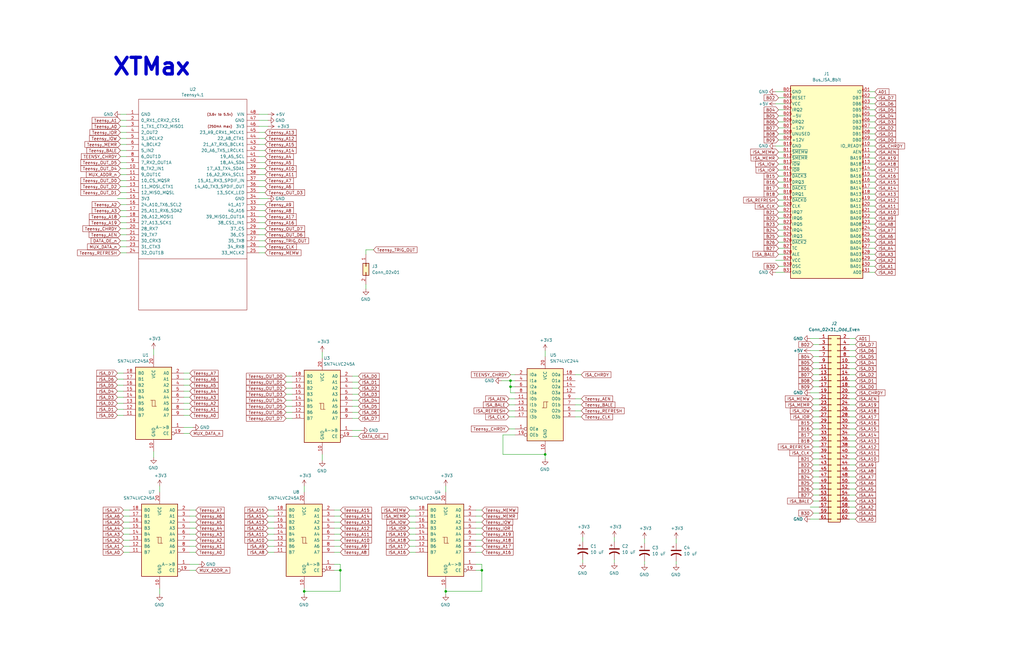
<source format=kicad_sch>
(kicad_sch (version 20211123) (generator eeschema)
  (paper "B")
  (junction (at 203.2 240.665))
  (junction (at 128.27 249.555))
  (junction (at 215.265 163.195))
  (junction (at 143.51 240.665))
  (junction (at 229.87 191.77))
  (junction (at 215.265 160.655))
  (junction (at 187.96 249.555))
  (wire (pts (xy 111.76 86.36) (xy 109.22 86.36)))
  (wire (pts (xy 111.76 78.74) (xy 109.22 78.74)))
  (wire (pts (xy 330.835 109.855) (xy 327.025 109.855)))
  (wire (pts (xy 360.68 142.875) (xy 358.14 142.875)))
  (wire (pts (xy 360.68 219.075) (xy 358.14 219.075)))
  (wire (pts (xy 342.9 180.975) (xy 345.44 180.975)))
  (wire (pts (xy 328.295 99.695) (xy 330.835 99.695)))
  (wire (pts (xy 140.97 240.665) (xy 143.51 240.665)))
  (wire (pts (xy 342.9 201.295) (xy 345.44 201.295)))
  (wire (pts (xy 82.55 230.505) (xy 80.01 230.505)))
  (wire (pts (xy 109.22 83.82) (xy 113.03 83.82)))
  (wire (pts (xy 245.11 170.815) (xy 242.57 170.815)))
  (wire (pts (xy 368.935 97.155) (xy 366.395 97.155)))
  (wire (pts (xy 49.53 170.18) (xy 52.07 170.18)))
  (wire (pts (xy 111.76 66.04) (xy 109.22 66.04)))
  (wire (pts (xy 203.2 220.345) (xy 200.66 220.345)))
  (wire (pts (xy 360.68 198.755) (xy 358.14 198.755)))
  (wire (pts (xy 151.13 173.99) (xy 148.59 173.99)))
  (wire (pts (xy 77.47 180.34) (xy 81.28 180.34)))
  (wire (pts (xy 154.305 120.015) (xy 154.305 121.92)))
  (wire (pts (xy 50.8 68.58) (xy 53.34 68.58)))
  (wire (pts (xy 53.34 86.36) (xy 50.8 86.36)))
  (wire (pts (xy 368.935 79.375) (xy 366.395 79.375)))
  (wire (pts (xy 50.8 96.52) (xy 53.34 96.52)))
  (wire (pts (xy 53.34 88.9) (xy 50.8 88.9)))
  (wire (pts (xy 328.295 53.975) (xy 330.835 53.975)))
  (wire (pts (xy 109.22 48.26) (xy 113.03 48.26)))
  (wire (pts (xy 143.51 249.555) (xy 128.27 249.555)))
  (wire (pts (xy 328.295 104.775) (xy 330.835 104.775)))
  (wire (pts (xy 245.11 175.895) (xy 242.57 175.895)))
  (wire (pts (xy 120.65 158.75) (xy 123.19 158.75)))
  (wire (pts (xy 82.55 220.345) (xy 80.01 220.345)))
  (wire (pts (xy 345.44 219.075) (xy 341.63 219.075)))
  (wire (pts (xy 111.76 60.96) (xy 109.22 60.96)))
  (wire (pts (xy 271.78 236.855) (xy 271.78 238.125)))
  (wire (pts (xy 215.265 163.195) (xy 215.265 160.655)))
  (wire (pts (xy 245.11 158.115) (xy 242.57 158.115)))
  (wire (pts (xy 113.03 215.265) (xy 115.57 215.265)))
  (wire (pts (xy 342.9 208.915) (xy 345.44 208.915)))
  (wire (pts (xy 229.87 191.135) (xy 229.87 191.77)))
  (wire (pts (xy 368.935 109.855) (xy 366.395 109.855)))
  (wire (pts (xy 360.68 188.595) (xy 358.14 188.595)))
  (wire (pts (xy 80.01 165.1) (xy 77.47 165.1)))
  (wire (pts (xy 128.27 249.555) (xy 128.27 250.825)))
  (wire (pts (xy 360.68 183.515) (xy 358.14 183.515)))
  (wire (pts (xy 151.13 166.37) (xy 148.59 166.37)))
  (wire (pts (xy 328.295 81.915) (xy 330.835 81.915)))
  (wire (pts (xy 109.22 50.8) (xy 113.03 50.8)))
  (wire (pts (xy 203.2 240.665) (xy 203.2 249.555)))
  (wire (pts (xy 328.295 94.615) (xy 330.835 94.615)))
  (wire (pts (xy 360.68 211.455) (xy 358.14 211.455)))
  (wire (pts (xy 111.76 73.66) (xy 109.22 73.66)))
  (wire (pts (xy 360.68 201.295) (xy 358.14 201.295)))
  (wire (pts (xy 342.9 191.135) (xy 345.44 191.135)))
  (wire (pts (xy 342.9 198.755) (xy 345.44 198.755)))
  (wire (pts (xy 330.835 114.935) (xy 327.025 114.935)))
  (wire (pts (xy 368.935 38.735) (xy 366.395 38.735)))
  (wire (pts (xy 342.9 183.515) (xy 345.44 183.515)))
  (wire (pts (xy 342.9 175.895) (xy 345.44 175.895)))
  (wire (pts (xy 214.63 175.895) (xy 217.17 175.895)))
  (wire (pts (xy 187.96 249.555) (xy 187.96 250.825)))
  (wire (pts (xy 285.115 227.33) (xy 285.115 229.235)))
  (wire (pts (xy 111.76 76.2) (xy 109.22 76.2)))
  (wire (pts (xy 52.07 217.805) (xy 54.61 217.805)))
  (wire (pts (xy 360.68 213.995) (xy 358.14 213.995)))
  (wire (pts (xy 203.2 238.125) (xy 200.66 238.125)))
  (wire (pts (xy 151.13 176.53) (xy 148.59 176.53)))
  (wire (pts (xy 50.8 71.12) (xy 53.34 71.12)))
  (wire (pts (xy 328.295 41.275) (xy 330.835 41.275)))
  (wire (pts (xy 330.835 43.815) (xy 327.025 43.815)))
  (wire (pts (xy 229.87 191.77) (xy 229.87 193.675)))
  (wire (pts (xy 53.34 55.88) (xy 50.8 55.88)))
  (wire (pts (xy 151.13 161.29) (xy 148.59 161.29)))
  (wire (pts (xy 342.9 186.055) (xy 345.44 186.055)))
  (wire (pts (xy 368.935 84.455) (xy 366.395 84.455)))
  (wire (pts (xy 360.68 173.355) (xy 358.14 173.355)))
  (wire (pts (xy 368.935 46.355) (xy 366.395 46.355)))
  (wire (pts (xy 342.9 168.275) (xy 345.44 168.275)))
  (wire (pts (xy 49.53 162.56) (xy 52.07 162.56)))
  (wire (pts (xy 113.03 227.965) (xy 115.57 227.965)))
  (wire (pts (xy 111.76 104.14) (xy 109.22 104.14)))
  (wire (pts (xy 214.63 170.815) (xy 217.17 170.815)))
  (wire (pts (xy 328.295 64.135) (xy 330.835 64.135)))
  (wire (pts (xy 172.72 233.045) (xy 175.26 233.045)))
  (wire (pts (xy 360.68 165.735) (xy 358.14 165.735)))
  (wire (pts (xy 203.2 217.805) (xy 200.66 217.805)))
  (wire (pts (xy 245.745 236.22) (xy 245.745 237.49)))
  (wire (pts (xy 113.03 222.885) (xy 115.57 222.885)))
  (wire (pts (xy 172.72 225.425) (xy 175.26 225.425)))
  (wire (pts (xy 52.07 222.885) (xy 54.61 222.885)))
  (wire (pts (xy 330.835 38.735) (xy 327.025 38.735)))
  (wire (pts (xy 217.17 160.655) (xy 215.265 160.655)))
  (wire (pts (xy 360.68 178.435) (xy 358.14 178.435)))
  (wire (pts (xy 368.935 89.535) (xy 366.395 89.535)))
  (wire (pts (xy 360.68 206.375) (xy 358.14 206.375)))
  (wire (pts (xy 360.68 216.535) (xy 358.14 216.535)))
  (wire (pts (xy 49.53 157.48) (xy 52.07 157.48)))
  (wire (pts (xy 368.935 112.395) (xy 366.395 112.395)))
  (wire (pts (xy 203.2 225.425) (xy 200.66 225.425)))
  (wire (pts (xy 203.2 215.265) (xy 200.66 215.265)))
  (wire (pts (xy 53.34 99.06) (xy 50.8 99.06)))
  (wire (pts (xy 151.13 171.45) (xy 148.59 171.45)))
  (wire (pts (xy 120.65 163.83) (xy 123.19 163.83)))
  (wire (pts (xy 342.9 203.835) (xy 345.44 203.835)))
  (wire (pts (xy 360.68 191.135) (xy 358.14 191.135)))
  (wire (pts (xy 328.295 51.435) (xy 330.835 51.435)))
  (wire (pts (xy 368.935 53.975) (xy 366.395 53.975)))
  (wire (pts (xy 143.51 238.125) (xy 140.97 238.125)))
  (wire (pts (xy 49.53 160.02) (xy 52.07 160.02)))
  (wire (pts (xy 368.935 61.595) (xy 366.395 61.595)))
  (wire (pts (xy 53.34 81.28) (xy 50.8 81.28)))
  (wire (pts (xy 229.87 150.495) (xy 229.87 147.955)))
  (wire (pts (xy 368.935 43.815) (xy 366.395 43.815)))
  (wire (pts (xy 67.31 248.285) (xy 67.31 250.825)))
  (wire (pts (xy 143.51 222.885) (xy 140.97 222.885)))
  (wire (pts (xy 82.55 227.965) (xy 80.01 227.965)))
  (wire (pts (xy 82.55 225.425) (xy 80.01 225.425)))
  (wire (pts (xy 342.9 216.535) (xy 345.44 216.535)))
  (wire (pts (xy 328.295 69.215) (xy 330.835 69.215)))
  (wire (pts (xy 203.2 249.555) (xy 187.96 249.555)))
  (wire (pts (xy 111.76 63.5) (xy 109.22 63.5)))
  (wire (pts (xy 217.17 163.195) (xy 215.265 163.195)))
  (wire (pts (xy 328.295 74.295) (xy 330.835 74.295)))
  (wire (pts (xy 120.65 166.37) (xy 123.19 166.37)))
  (wire (pts (xy 143.51 240.665) (xy 143.51 249.555)))
  (wire (pts (xy 328.295 71.755) (xy 330.835 71.755)))
  (wire (pts (xy 143.51 227.965) (xy 140.97 227.965)))
  (wire (pts (xy 360.68 163.195) (xy 358.14 163.195)))
  (wire (pts (xy 368.935 94.615) (xy 366.395 94.615)))
  (wire (pts (xy 328.295 79.375) (xy 330.835 79.375)))
  (wire (pts (xy 50.8 91.44) (xy 53.34 91.44)))
  (wire (pts (xy 285.115 236.855) (xy 285.115 238.125)))
  (wire (pts (xy 82.55 233.045) (xy 80.01 233.045)))
  (wire (pts (xy 53.34 58.42) (xy 50.8 58.42)))
  (wire (pts (xy 53.34 83.82) (xy 49.53 83.82)))
  (wire (pts (xy 345.44 213.995) (xy 341.63 213.995)))
  (wire (pts (xy 328.295 46.355) (xy 330.835 46.355)))
  (wire (pts (xy 203.2 227.965) (xy 200.66 227.965)))
  (wire (pts (xy 245.11 168.275) (xy 242.57 168.275)))
  (wire (pts (xy 214.63 168.275) (xy 217.17 168.275)))
  (wire (pts (xy 342.9 193.675) (xy 345.44 193.675)))
  (wire (pts (xy 259.08 236.22) (xy 259.08 237.49)))
  (wire (pts (xy 328.295 59.055) (xy 330.835 59.055)))
  (wire (pts (xy 120.65 171.45) (xy 123.19 171.45)))
  (wire (pts (xy 345.44 165.735) (xy 341.63 165.735)))
  (wire (pts (xy 345.44 147.955) (xy 341.63 147.955)))
  (wire (pts (xy 50.8 101.6) (xy 53.34 101.6)))
  (wire (pts (xy 154.305 105.41) (xy 157.48 105.41)))
  (wire (pts (xy 111.76 101.6) (xy 109.22 101.6)))
  (wire (pts (xy 328.295 86.995) (xy 330.835 86.995)))
  (wire (pts (xy 49.53 172.72) (xy 52.07 172.72)))
  (wire (pts (xy 53.34 50.8) (xy 50.8 50.8)))
  (wire (pts (xy 342.9 178.435) (xy 345.44 178.435)))
  (wire (pts (xy 328.295 76.835) (xy 330.835 76.835)))
  (wire (pts (xy 172.72 227.965) (xy 175.26 227.965)))
  (wire (pts (xy 345.44 142.875) (xy 341.63 142.875)))
  (wire (pts (xy 80.01 240.665) (xy 82.55 240.665)))
  (wire (pts (xy 111.76 71.12) (xy 109.22 71.12)))
  (wire (pts (xy 360.68 160.655) (xy 358.14 160.655)))
  (wire (pts (xy 52.07 227.965) (xy 54.61 227.965)))
  (wire (pts (xy 120.65 173.99) (xy 123.19 173.99)))
  (wire (pts (xy 80.01 162.56) (xy 77.47 162.56)))
  (wire (pts (xy 120.65 161.29) (xy 123.19 161.29)))
  (wire (pts (xy 80.01 170.18) (xy 77.47 170.18)))
  (wire (pts (xy 148.59 184.15) (xy 151.13 184.15)))
  (wire (pts (xy 360.68 203.835) (xy 358.14 203.835)))
  (wire (pts (xy 342.9 158.115) (xy 345.44 158.115)))
  (wire (pts (xy 245.11 173.355) (xy 242.57 173.355)))
  (wire (pts (xy 330.835 61.595) (xy 327.025 61.595)))
  (wire (pts (xy 342.9 206.375) (xy 345.44 206.375)))
  (wire (pts (xy 368.935 99.695) (xy 366.395 99.695)))
  (wire (pts (xy 368.935 114.935) (xy 366.395 114.935)))
  (wire (pts (xy 52.07 230.505) (xy 54.61 230.505)))
  (wire (pts (xy 328.295 56.515) (xy 330.835 56.515)))
  (wire (pts (xy 368.935 74.295) (xy 366.395 74.295)))
  (wire (pts (xy 328.295 66.675) (xy 330.835 66.675)))
  (wire (pts (xy 113.03 217.805) (xy 115.57 217.805)))
  (wire (pts (xy 368.935 69.215) (xy 366.395 69.215)))
  (wire (pts (xy 80.01 157.48) (xy 77.47 157.48)))
  (wire (pts (xy 128.27 248.285) (xy 128.27 249.555)))
  (wire (pts (xy 328.295 48.895) (xy 330.835 48.895)))
  (wire (pts (xy 52.07 220.345) (xy 54.61 220.345)))
  (wire (pts (xy 111.76 99.06) (xy 109.22 99.06)))
  (wire (pts (xy 342.9 173.355) (xy 345.44 173.355)))
  (wire (pts (xy 67.31 207.645) (xy 67.31 205.105)))
  (wire (pts (xy 368.935 41.275) (xy 366.395 41.275)))
  (wire (pts (xy 212.09 183.515) (xy 212.09 191.77)))
  (wire (pts (xy 113.03 233.045) (xy 115.57 233.045)))
  (wire (pts (xy 245.745 226.695) (xy 245.745 228.6)))
  (wire (pts (xy 111.76 106.68) (xy 109.22 106.68)))
  (wire (pts (xy 328.295 102.235) (xy 330.835 102.235)))
  (wire (pts (xy 368.935 66.675) (xy 366.395 66.675)))
  (wire (pts (xy 360.68 196.215) (xy 358.14 196.215)))
  (wire (pts (xy 328.295 97.155) (xy 330.835 97.155)))
  (wire (pts (xy 212.09 191.77) (xy 229.87 191.77)))
  (wire (pts (xy 360.68 186.055) (xy 358.14 186.055)))
  (wire (pts (xy 360.68 153.035) (xy 358.14 153.035)))
  (wire (pts (xy 128.27 207.645) (xy 128.27 205.105)))
  (wire (pts (xy 113.03 225.425) (xy 115.57 225.425)))
  (wire (pts (xy 143.51 215.265) (xy 140.97 215.265)))
  (wire (pts (xy 53.34 53.34) (xy 50.8 53.34)))
  (wire (pts (xy 50.8 66.04) (xy 53.34 66.04)))
  (wire (pts (xy 50.8 73.66) (xy 53.34 73.66)))
  (wire (pts (xy 328.295 84.455) (xy 330.835 84.455)))
  (wire (pts (xy 342.9 160.655) (xy 345.44 160.655)))
  (wire (pts (xy 49.53 175.26) (xy 52.07 175.26)))
  (wire (pts (xy 50.8 93.98) (xy 53.34 93.98)))
  (wire (pts (xy 135.89 191.77) (xy 135.89 194.31)))
  (wire (pts (xy 120.65 168.91) (xy 123.19 168.91)))
  (wire (pts (xy 328.295 107.315) (xy 330.835 107.315)))
  (wire (pts (xy 328.295 89.535) (xy 330.835 89.535)))
  (wire (pts (xy 53.34 60.96) (xy 50.8 60.96)))
  (wire (pts (xy 50.8 106.68) (xy 53.34 106.68)))
  (wire (pts (xy 172.72 217.805) (xy 175.26 217.805)))
  (wire (pts (xy 143.51 230.505) (xy 140.97 230.505)))
  (wire (pts (xy 172.72 230.505) (xy 175.26 230.505)))
  (wire (pts (xy 77.47 182.88) (xy 80.01 182.88)))
  (wire (pts (xy 368.935 51.435) (xy 366.395 51.435)))
  (wire (pts (xy 203.2 233.045) (xy 200.66 233.045)))
  (wire (pts (xy 172.72 215.265) (xy 175.26 215.265)))
  (wire (pts (xy 360.68 193.675) (xy 358.14 193.675)))
  (wire (pts (xy 360.68 180.975) (xy 358.14 180.975)))
  (wire (pts (xy 82.55 222.885) (xy 80.01 222.885)))
  (wire (pts (xy 172.72 222.885) (xy 175.26 222.885)))
  (wire (pts (xy 368.935 86.995) (xy 366.395 86.995)))
  (wire (pts (xy 52.07 225.425) (xy 54.61 225.425)))
  (wire (pts (xy 113.03 220.345) (xy 115.57 220.345)))
  (wire (pts (xy 143.51 233.045) (xy 140.97 233.045)))
  (wire (pts (xy 342.9 211.455) (xy 345.44 211.455)))
  (wire (pts (xy 82.55 215.265) (xy 80.01 215.265)))
  (wire (pts (xy 217.17 165.735) (xy 215.265 165.735)))
  (wire (pts (xy 135.89 151.13) (xy 135.89 148.59)))
  (wire (pts (xy 80.01 167.64) (xy 77.47 167.64)))
  (wire (pts (xy 143.51 217.805) (xy 140.97 217.805)))
  (wire (pts (xy 360.68 175.895) (xy 358.14 175.895)))
  (wire (pts (xy 368.935 107.315) (xy 366.395 107.315)))
  (wire (pts (xy 187.96 207.645) (xy 187.96 205.105)))
  (wire (pts (xy 342.9 150.495) (xy 345.44 150.495)))
  (wire (pts (xy 342.9 188.595) (xy 345.44 188.595)))
  (wire (pts (xy 368.935 71.755) (xy 366.395 71.755)))
  (wire (pts (xy 342.9 170.815) (xy 345.44 170.815)))
  (wire (pts (xy 50.8 104.14) (xy 53.34 104.14)))
  (wire (pts (xy 200.66 240.665) (xy 203.2 240.665)))
  (wire (pts (xy 328.295 92.075) (xy 330.835 92.075)))
  (wire (pts (xy 109.22 53.34) (xy 113.03 53.34)))
  (wire (pts (xy 368.935 102.235) (xy 366.395 102.235)))
  (wire (pts (xy 111.76 96.52) (xy 109.22 96.52)))
  (wire (pts (xy 64.77 190.5) (xy 64.77 193.04)))
  (wire (pts (xy 52.07 233.045) (xy 54.61 233.045)))
  (wire (pts (xy 120.65 176.53) (xy 123.19 176.53)))
  (wire (pts (xy 80.01 238.125) (xy 83.82 238.125)))
  (wire (pts (xy 50.8 76.2) (xy 53.34 76.2)))
  (wire (pts (xy 143.51 225.425) (xy 140.97 225.425)))
  (wire (pts (xy 113.03 230.505) (xy 115.57 230.505)))
  (wire (pts (xy 111.76 91.44) (xy 109.22 91.44)))
  (wire (pts (xy 368.935 56.515) (xy 366.395 56.515)))
  (wire (pts (xy 203.2 238.125) (xy 203.2 240.665)))
  (wire (pts (xy 80.01 175.26) (xy 77.47 175.26)))
  (wire (pts (xy 342.9 153.035) (xy 345.44 153.035)))
  (wire (pts (xy 342.9 155.575) (xy 345.44 155.575)))
  (wire (pts (xy 50.8 78.74) (xy 53.34 78.74)))
  (wire (pts (xy 360.68 158.115) (xy 358.14 158.115)))
  (wire (pts (xy 368.935 48.895) (xy 366.395 48.895)))
  (wire (pts (xy 360.68 147.955) (xy 358.14 147.955)))
  (wire (pts (xy 342.9 145.415) (xy 345.44 145.415)))
  (wire (pts (xy 80.01 172.72) (xy 77.47 172.72)))
  (wire (pts (xy 111.76 58.42) (xy 109.22 58.42)))
  (wire (pts (xy 214.63 173.355) (xy 217.17 173.355)))
  (wire (pts (xy 368.935 64.135) (xy 366.395 64.135)))
  (wire (pts (xy 368.935 81.915) (xy 366.395 81.915)))
  (wire (pts (xy 360.68 208.915) (xy 358.14 208.915)))
  (wire (pts (xy 148.59 181.61) (xy 152.4 181.61)))
  (wire (pts (xy 203.2 222.885) (xy 200.66 222.885)))
  (wire (pts (xy 214.63 180.975) (xy 217.17 180.975)))
  (wire (pts (xy 368.935 92.075) (xy 366.395 92.075)))
  (wire (pts (xy 360.68 168.275) (xy 358.14 168.275)))
  (wire (pts (xy 187.96 248.285) (xy 187.96 249.555)))
  (wire (pts (xy 82.55 217.805) (xy 80.01 217.805)))
  (wire (pts (xy 368.935 76.835) (xy 366.395 76.835)))
  (wire (pts (xy 172.72 220.345) (xy 175.26 220.345)))
  (wire (pts (xy 328.295 112.395) (xy 330.835 112.395)))
  (wire (pts (xy 211.455 160.655) (xy 215.265 160.655)))
  (wire (pts (xy 360.68 150.495) (xy 358.14 150.495)))
  (wire (pts (xy 151.13 168.91) (xy 148.59 168.91)))
  (wire (pts (xy 342.9 163.195) (xy 345.44 163.195)))
  (wire (pts (xy 80.01 160.02) (xy 77.47 160.02)))
  (wire (pts (xy 111.76 55.88) (xy 109.22 55.88)))
  (wire (pts (xy 50.8 48.26) (xy 53.34 48.26)))
  (wire (pts (xy 53.34 63.5) (xy 50.8 63.5)))
  (wire (pts (xy 215.265 165.735) (xy 215.265 163.195)))
  (wire (pts (xy 151.13 158.75) (xy 148.59 158.75)))
  (wire (pts (xy 49.53 165.1) (xy 52.07 165.1)))
  (wire (pts (xy 217.17 158.115) (xy 215.265 158.115)))
  (wire (pts (xy 111.76 81.28) (xy 109.22 81.28)))
  (wire (pts (xy 52.07 215.265) (xy 54.61 215.265)))
  (wire (pts (xy 64.77 149.86) (xy 64.77 147.32)))
  (wire (pts (xy 360.68 170.815) (xy 358.14 170.815)))
  (wire (pts (xy 217.17 183.515) (xy 212.09 183.515)))
  (wire (pts (xy 259.08 226.695) (xy 259.08 228.6)))
  (wire (pts (xy 111.76 88.9) (xy 109.22 88.9)))
  (wire (pts (xy 143.51 220.345) (xy 140.97 220.345)))
  (wire (pts (xy 360.68 145.415) (xy 358.14 145.415)))
  (wire (pts (xy 360.68 155.575) (xy 358.14 155.575)))
  (wire (pts (xy 143.51 238.125) (xy 143.51 240.665)))
  (wire (pts (xy 111.76 68.58) (xy 109.22 68.58)))
  (wire (pts (xy 368.935 59.055) (xy 366.395 59.055)))
  (wire (pts (xy 342.9 196.215) (xy 345.44 196.215)))
  (wire (pts (xy 154.305 107.315) (xy 154.305 105.41)))
  (wire (pts (xy 49.53 167.64) (xy 52.07 167.64)))
  (wire (pts (xy 203.2 230.505) (xy 200.66 230.505)))
  (wire (pts (xy 111.76 93.98) (xy 109.22 93.98)))
  (wire (pts (xy 271.78 227.33) (xy 271.78 229.235)))
  (wire (pts (xy 368.935 104.775) (xy 366.395 104.775)))
  (wire (pts (xy 151.13 163.83) (xy 148.59 163.83)))
  (text "XTMax" (at 46.99 32.385 0) (effects (font (size 7.0104 7.0104) (thickness 1.4021) bold) (justify left bottom)))
  (global_label "Teensy_A13" (shape input) (at 111.76 55.88 0) (property "Intersheet References" "${INTERSHEET_REFS}" (effects hide)))
  (global_label "Teensy_A9" (shape input) (at 111.76 86.36 0) (property "Intersheet References" "${INTERSHEET_REFS}" (effects hide)))
  (global_label "ISA_A15" (shape input) (at 360.68 180.975 0) (property "Intersheet References" "${INTERSHEET_REFS}" (effects hide)))
  (global_label "ISA_D1" (shape input) (at 151.13 161.29 0) (property "Intersheet References" "${INTERSHEET_REFS}" (effects hide)))
  (global_label "ISA_D2" (shape input) (at 151.13 163.83 0) (property "Intersheet References" "${INTERSHEET_REFS}" (effects hide)))
  (global_label "Teensy_CLK" (shape input) (at 245.11 175.895 0) (property "Intersheet References" "${INTERSHEET_REFS}" (effects hide)))
  (global_label "Teensy_IOR" (shape input) (at 50.8 55.88 180) (property "Intersheet References" "${INTERSHEET_REFS}" (effects hide)))
  (global_label "Teensy_A11" (shape input) (at 111.76 73.66 0) (property "Intersheet References" "${INTERSHEET_REFS}" (effects hide)))
  (global_label "B04" (shape input) (at 328.295 46.355 180) (property "Intersheet References" "${INTERSHEET_REFS}" (effects hide)))
  (global_label "B07" (shape input) (at 328.295 53.975 180) (property "Intersheet References" "${INTERSHEET_REFS}" (effects hide)))
  (global_label "ISA_A19" (shape input) (at 172.72 225.425 180) (property "Intersheet References" "${INTERSHEET_REFS}" (effects hide)))
  (global_label "Teensy_AEN" (shape input) (at 50.8 99.06 180) (property "Intersheet References" "${INTERSHEET_REFS}" (effects hide)))
  (global_label "Teensy_A14" (shape input) (at 111.76 63.5 0) (property "Intersheet References" "${INTERSHEET_REFS}" (effects hide)))
  (global_label "ISA_MEMR" (shape input) (at 328.295 66.675 180) (property "Intersheet References" "${INTERSHEET_REFS}" (effects hide)))
  (global_label "Teensy_OUT_D6" (shape input) (at 111.76 99.06 0) (property "Intersheet References" "${INTERSHEET_REFS}" (effects hide)))
  (global_label "ISA_A18" (shape input) (at 368.935 69.215 0) (property "Intersheet References" "${INTERSHEET_REFS}" (effects hide)))
  (global_label "Teensy_A10" (shape input) (at 143.51 227.965 0) (property "Intersheet References" "${INTERSHEET_REFS}" (effects hide)))
  (global_label "ISA_IOR" (shape input) (at 172.72 222.885 180) (property "Intersheet References" "${INTERSHEET_REFS}" (effects hide)))
  (global_label "ISA_AEN" (shape input) (at 360.68 168.275 0) (property "Intersheet References" "${INTERSHEET_REFS}" (effects hide)))
  (global_label "ISA_A8" (shape input) (at 113.03 233.045 180) (property "Intersheet References" "${INTERSHEET_REFS}" (effects hide)))
  (global_label "ISA_D6" (shape input) (at 151.13 173.99 0) (property "Intersheet References" "${INTERSHEET_REFS}" (effects hide)))
  (global_label "ISA_MEMW" (shape input) (at 342.9 168.275 180) (property "Intersheet References" "${INTERSHEET_REFS}" (effects hide)))
  (global_label "ISA_D6" (shape input) (at 49.53 160.02 180) (property "Intersheet References" "${INTERSHEET_REFS}" (effects hide)))
  (global_label "B15" (shape input) (at 328.295 74.295 180) (property "Intersheet References" "${INTERSHEET_REFS}" (effects hide)))
  (global_label "MUX_DATA_n" (shape input) (at 50.8 104.14 180) (property "Intersheet References" "${INTERSHEET_REFS}" (effects hide)))
  (global_label "Teensy_A6" (shape input) (at 111.76 78.74 0) (property "Intersheet References" "${INTERSHEET_REFS}" (effects hide)))
  (global_label "ISA_IOR" (shape input) (at 328.295 71.755 180) (property "Intersheet References" "${INTERSHEET_REFS}" (effects hide)))
  (global_label "Teensy_IOR" (shape input) (at 203.2 222.885 0) (property "Intersheet References" "${INTERSHEET_REFS}" (effects hide)))
  (global_label "A01" (shape input) (at 360.68 142.875 0) (property "Intersheet References" "${INTERSHEET_REFS}" (effects hide)))
  (global_label "ISA_D0" (shape input) (at 49.53 175.26 180) (property "Intersheet References" "${INTERSHEET_REFS}" (effects hide)))
  (global_label "Teensy_OUT_D4" (shape input) (at 50.8 71.12 180) (property "Intersheet References" "${INTERSHEET_REFS}" (effects hide)))
  (global_label "Teensy_OUT_D0" (shape input) (at 50.8 76.2 180) (property "Intersheet References" "${INTERSHEET_REFS}" (effects hide)))
  (global_label "Teensy_A7" (shape input) (at 82.55 215.265 0) (property "Intersheet References" "${INTERSHEET_REFS}" (effects hide)))
  (global_label "TEENSY_CHRDY" (shape input) (at 50.8 66.04 180) (property "Intersheet References" "${INTERSHEET_REFS}" (effects hide)))
  (global_label "Teensy_A11" (shape input) (at 143.51 225.425 0) (property "Intersheet References" "${INTERSHEET_REFS}" (effects hide)))
  (global_label "Teensy_OUT_D1" (shape input) (at 50.8 81.28 180) (property "Intersheet References" "${INTERSHEET_REFS}" (effects hide)))
  (global_label "Teensy_TRIG_OUT" (shape input) (at 157.48 105.41 0) (property "Intersheet References" "${INTERSHEET_REFS}" (effects hide)))
  (global_label "B22" (shape input) (at 328.295 92.075 180) (property "Intersheet References" "${INTERSHEET_REFS}" (effects hide)))
  (global_label "ISA_D6" (shape input) (at 360.68 147.955 0) (property "Intersheet References" "${INTERSHEET_REFS}" (effects hide)))
  (global_label "Teensy_BALE" (shape input) (at 50.8 63.5 180) (property "Intersheet References" "${INTERSHEET_REFS}" (effects hide)))
  (global_label "ISA_D2" (shape input) (at 368.935 53.975 0) (property "Intersheet References" "${INTERSHEET_REFS}" (effects hide)))
  (global_label "ISA_A18" (shape input) (at 360.68 173.355 0) (property "Intersheet References" "${INTERSHEET_REFS}" (effects hide)))
  (global_label "ISA_D4" (shape input) (at 49.53 165.1 180) (property "Intersheet References" "${INTERSHEET_REFS}" (effects hide)))
  (global_label "Teensy_A4" (shape input) (at 82.55 222.885 0) (property "Intersheet References" "${INTERSHEET_REFS}" (effects hide)))
  (global_label "DATA_OE_n" (shape input) (at 50.8 101.6 180) (property "Intersheet References" "${INTERSHEET_REFS}" (effects hide)))
  (global_label "ISA_D1" (shape input) (at 49.53 172.72 180) (property "Intersheet References" "${INTERSHEET_REFS}" (effects hide)))
  (global_label "ISA_A11" (shape input) (at 360.68 191.135 0) (property "Intersheet References" "${INTERSHEET_REFS}" (effects hide)))
  (global_label "DATA_OE_n" (shape input) (at 151.13 184.15 0) (property "Intersheet References" "${INTERSHEET_REFS}" (effects hide)))
  (global_label "Teensy_A1" (shape input) (at 80.01 172.72 0) (property "Intersheet References" "${INTERSHEET_REFS}" (effects hide)))
  (global_label "Teensy_OUT_D5" (shape input) (at 50.8 68.58 180) (property "Intersheet References" "${INTERSHEET_REFS}" (effects hide)))
  (global_label "ISA_A10" (shape input) (at 113.03 227.965 180) (property "Intersheet References" "${INTERSHEET_REFS}" (effects hide)))
  (global_label "ISA_D0" (shape input) (at 151.13 158.75 0) (property "Intersheet References" "${INTERSHEET_REFS}" (effects hide)))
  (global_label "ISA_D5" (shape input) (at 49.53 162.56 180) (property "Intersheet References" "${INTERSHEET_REFS}" (effects hide)))
  (global_label "ISA_A14" (shape input) (at 368.935 79.375 0) (property "Intersheet References" "${INTERSHEET_REFS}" (effects hide)))
  (global_label "ISA_A1" (shape input) (at 52.07 230.505 180) (property "Intersheet References" "${INTERSHEET_REFS}" (effects hide)))
  (global_label "ISA_A4" (shape input) (at 360.68 208.915 0) (property "Intersheet References" "${INTERSHEET_REFS}" (effects hide)))
  (global_label "Teensy_MEMW" (shape input) (at 203.2 215.265 0) (property "Intersheet References" "${INTERSHEET_REFS}" (effects hide)))
  (global_label "ISA_A3" (shape input) (at 368.935 107.315 0) (property "Intersheet References" "${INTERSHEET_REFS}" (effects hide)))
  (global_label "Teensy_OUT_D0" (shape input) (at 120.65 158.75 180) (property "Intersheet References" "${INTERSHEET_REFS}" (effects hide)))
  (global_label "Teensy_OUT_D7" (shape input) (at 120.65 176.53 180) (property "Intersheet References" "${INTERSHEET_REFS}" (effects hide)))
  (global_label "B15" (shape input) (at 342.9 178.435 180) (property "Intersheet References" "${INTERSHEET_REFS}" (effects hide)))
  (global_label "B09" (shape input) (at 328.295 59.055 180) (property "Intersheet References" "${INTERSHEET_REFS}" (effects hide)))
  (global_label "Teensy_MEMW" (shape input) (at 111.76 106.68 0) (property "Intersheet References" "${INTERSHEET_REFS}" (effects hide)))
  (global_label "ISA_AEN" (shape input) (at 368.935 64.135 0) (property "Intersheet References" "${INTERSHEET_REFS}" (effects hide)))
  (global_label "B23" (shape input) (at 328.295 94.615 180) (property "Intersheet References" "${INTERSHEET_REFS}" (effects hide)))
  (global_label "ISA_D7" (shape input) (at 49.53 157.48 180) (property "Intersheet References" "${INTERSHEET_REFS}" (effects hide)))
  (global_label "Teensy_REFRESH" (shape input) (at 245.11 173.355 0) (property "Intersheet References" "${INTERSHEET_REFS}" (effects hide)))
  (global_label "ISA_D7" (shape input) (at 151.13 176.53 0) (property "Intersheet References" "${INTERSHEET_REFS}" (effects hide)))
  (global_label "ISA_A5" (shape input) (at 52.07 220.345 180) (property "Intersheet References" "${INTERSHEET_REFS}" (effects hide)))
  (global_label "B16" (shape input) (at 342.9 180.975 180) (property "Intersheet References" "${INTERSHEET_REFS}" (effects hide)))
  (global_label "ISA_A8" (shape input) (at 368.935 94.615 0) (property "Intersheet References" "${INTERSHEET_REFS}" (effects hide)))
  (global_label "B17" (shape input) (at 342.9 183.515 180) (property "Intersheet References" "${INTERSHEET_REFS}" (effects hide)))
  (global_label "Teensy_OUT_D4" (shape input) (at 120.65 168.91 180) (property "Intersheet References" "${INTERSHEET_REFS}" (effects hide)))
  (global_label "ISA_A16" (shape input) (at 172.72 233.045 180) (property "Intersheet References" "${INTERSHEET_REFS}" (effects hide)))
  (global_label "B07" (shape input) (at 342.9 158.115 180) (property "Intersheet References" "${INTERSHEET_REFS}" (effects hide)))
  (global_label "ISA_A16" (shape input) (at 360.68 178.435 0) (property "Intersheet References" "${INTERSHEET_REFS}" (effects hide)))
  (global_label "Teensy_OUT_D3" (shape input) (at 111.76 81.28 0) (property "Intersheet References" "${INTERSHEET_REFS}" (effects hide)))
  (global_label "B22" (shape input) (at 342.9 196.215 180) (property "Intersheet References" "${INTERSHEET_REFS}" (effects hide)))
  (global_label "ISA_A7" (shape input) (at 360.68 201.295 0) (property "Intersheet References" "${INTERSHEET_REFS}" (effects hide)))
  (global_label "Teensy_OUT_D3" (shape input) (at 120.65 166.37 180) (property "Intersheet References" "${INTERSHEET_REFS}" (effects hide)))
  (global_label "B06" (shape input) (at 328.295 51.435 180) (property "Intersheet References" "${INTERSHEET_REFS}" (effects hide)))
  (global_label "Teensy_MEMR" (shape input) (at 203.2 217.805 0) (property "Intersheet References" "${INTERSHEET_REFS}" (effects hide)))
  (global_label "B21" (shape input) (at 342.9 193.675 180) (property "Intersheet References" "${INTERSHEET_REFS}" (effects hide)))
  (global_label "Teensy_A7" (shape input) (at 111.76 76.2 0) (property "Intersheet References" "${INTERSHEET_REFS}" (effects hide)))
  (global_label "Teensy_BALE" (shape input) (at 245.11 170.815 0) (property "Intersheet References" "${INTERSHEET_REFS}" (effects hide)))
  (global_label "ISA_A17" (shape input) (at 360.68 175.895 0) (property "Intersheet References" "${INTERSHEET_REFS}" (effects hide)))
  (global_label "ISA_A2" (shape input) (at 52.07 227.965 180) (property "Intersheet References" "${INTERSHEET_REFS}" (effects hide)))
  (global_label "B08" (shape input) (at 328.295 56.515 180) (property "Intersheet References" "${INTERSHEET_REFS}" (effects hide)))
  (global_label "Teensy_A3" (shape input) (at 82.55 225.425 0) (property "Intersheet References" "${INTERSHEET_REFS}" (effects hide)))
  (global_label "ISA_A17" (shape input) (at 368.935 71.755 0) (property "Intersheet References" "${INTERSHEET_REFS}" (effects hide)))
  (global_label "Teensy_A5" (shape input) (at 80.01 162.56 0) (property "Intersheet References" "${INTERSHEET_REFS}" (effects hide)))
  (global_label "ISA_A12" (shape input) (at 113.03 222.885 180) (property "Intersheet References" "${INTERSHEET_REFS}" (effects hide)))
  (global_label "Teensy_A12" (shape input) (at 143.51 222.885 0) (property "Intersheet References" "${INTERSHEET_REFS}" (effects hide)))
  (global_label "ISA_D0" (shape input) (at 360.68 163.195 0) (property "Intersheet References" "${INTERSHEET_REFS}" (effects hide)))
  (global_label "Teensy_A5" (shape input) (at 82.55 220.345 0) (property "Intersheet References" "${INTERSHEET_REFS}" (effects hide)))
  (global_label "ISA_A0" (shape input) (at 368.935 114.935 0) (property "Intersheet References" "${INTERSHEET_REFS}" (effects hide)))
  (global_label "ISA_MEMW" (shape input) (at 328.295 64.135 180) (property "Intersheet References" "${INTERSHEET_REFS}" (effects hide)))
  (global_label "B27" (shape input) (at 342.9 208.915 180) (property "Intersheet References" "${INTERSHEET_REFS}" (effects hide)))
  (global_label "Teensy_TRIG_OUT" (shape input) (at 111.76 101.6 0) (property "Intersheet References" "${INTERSHEET_REFS}" (effects hide)))
  (global_label "ISA_A4" (shape input) (at 52.07 222.885 180) (property "Intersheet References" "${INTERSHEET_REFS}" (effects hide)))
  (global_label "B06" (shape input) (at 342.9 155.575 180) (property "Intersheet References" "${INTERSHEET_REFS}" (effects hide)))
  (global_label "ISA_D4" (shape input) (at 151.13 168.91 0) (property "Intersheet References" "${INTERSHEET_REFS}" (effects hide)))
  (global_label "ISA_A19" (shape input) (at 368.935 66.675 0) (property "Intersheet References" "${INTERSHEET_REFS}" (effects hide)))
  (global_label "Teensy_A15" (shape input) (at 111.76 60.96 0) (property "Intersheet References" "${INTERSHEET_REFS}" (effects hide)))
  (global_label "ISA_A11" (shape input) (at 368.935 86.995 0) (property "Intersheet References" "${INTERSHEET_REFS}" (effects hide)))
  (global_label "ISA_D3" (shape input) (at 368.935 51.435 0) (property "Intersheet References" "${INTERSHEET_REFS}" (effects hide)))
  (global_label "Teensy_OUT_D2" (shape input) (at 120.65 163.83 180) (property "Intersheet References" "${INTERSHEET_REFS}" (effects hide)))
  (global_label "ISA_D5" (shape input) (at 360.68 150.495 0) (property "Intersheet References" "${INTERSHEET_REFS}" (effects hide)))
  (global_label "Teensy_AEN" (shape input) (at 245.11 168.275 0) (property "Intersheet References" "${INTERSHEET_REFS}" (effects hide)))
  (global_label "B04" (shape input) (at 342.9 150.495 180) (property "Intersheet References" "${INTERSHEET_REFS}" (effects hide)))
  (global_label "Teensy_A0" (shape input) (at 82.55 233.045 0) (property "Intersheet References" "${INTERSHEET_REFS}" (effects hide)))
  (global_label "Teensy_A2" (shape input) (at 50.8 86.36 180) (property "Intersheet References" "${INTERSHEET_REFS}" (effects hide)))
  (global_label "ISA_D4" (shape input) (at 368.935 48.895 0) (property "Intersheet References" "${INTERSHEET_REFS}" (effects hide)))
  (global_label "ISA_D1" (shape input) (at 368.935 56.515 0) (property "Intersheet References" "${INTERSHEET_REFS}" (effects hide)))
  (global_label "ISA_A13" (shape input) (at 368.935 81.915 0) (property "Intersheet References" "${INTERSHEET_REFS}" (effects hide)))
  (global_label "B26" (shape input) (at 342.9 206.375 180) (property "Intersheet References" "${INTERSHEET_REFS}" (effects hide)))
  (global_label "Teensy_A18" (shape input) (at 203.2 227.965 0) (property "Intersheet References" "${INTERSHEET_REFS}" (effects hide)))
  (global_label "B18" (shape input) (at 328.295 81.915 180) (property "Intersheet References" "${INTERSHEET_REFS}" (effects hide)))
  (global_label "ISA_REFRESH" (shape input) (at 328.295 84.455 180) (property "Intersheet References" "${INTERSHEET_REFS}" (effects hide)))
  (global_label "ISA_A4" (shape input) (at 368.935 104.775 0) (property "Intersheet References" "${INTERSHEET_REFS}" (effects hide)))
  (global_label "ISA_IOR" (shape input) (at 342.9 175.895 180) (property "Intersheet References" "${INTERSHEET_REFS}" (effects hide)))
  (global_label "ISA_A9" (shape input) (at 113.03 230.505 180) (property "Intersheet References" "${INTERSHEET_REFS}" (effects hide)))
  (global_label "ISA_A6" (shape input) (at 360.68 203.835 0) (property "Intersheet References" "${INTERSHEET_REFS}" (effects hide)))
  (global_label "Teensy_A1" (shape input) (at 50.8 50.8 180) (property "Intersheet References" "${INTERSHEET_REFS}" (effects hide)))
  (global_label "Teensy_A6" (shape input) (at 80.01 160.02 0) (property "Intersheet References" "${INTERSHEET_REFS}" (effects hide)))
  (global_label "Teensy_A2" (shape input) (at 80.01 170.18 0) (property "Intersheet References" "${INTERSHEET_REFS}" (effects hide)))
  (global_label "TEENSY_CHRDY" (shape input) (at 215.265 158.115 180) (property "Intersheet References" "${INTERSHEET_REFS}" (effects hide)))
  (global_label "ISA_A3" (shape input) (at 360.68 211.455 0) (property "Intersheet References" "${INTERSHEET_REFS}" (effects hide)))
  (global_label "Teensy_A0" (shape input) (at 80.01 175.26 0) (property "Intersheet References" "${INTERSHEET_REFS}" (effects hide)))
  (global_label "B26" (shape input) (at 328.295 102.235 180) (property "Intersheet References" "${INTERSHEET_REFS}" (effects hide)))
  (global_label "B16" (shape input) (at 328.295 76.835 180) (property "Intersheet References" "${INTERSHEET_REFS}" (effects hide)))
  (global_label "ISA_A0" (shape input) (at 360.68 219.075 0) (property "Intersheet References" "${INTERSHEET_REFS}" (effects hide)))
  (global_label "ISA_MEMR" (shape input) (at 342.9 170.815 180) (property "Intersheet References" "${INTERSHEET_REFS}" (effects hide)))
  (global_label "MUX_ADDR_n" (shape input) (at 82.55 240.665 0) (property "Intersheet References" "${INTERSHEET_REFS}" (effects hide)))
  (global_label "Teensy_A0" (shape input) (at 50.8 53.34 180) (property "Intersheet References" "${INTERSHEET_REFS}" (effects hide)))
  (global_label "ISA_A15" (shape input) (at 113.03 215.265 180) (property "Intersheet References" "${INTERSHEET_REFS}" (effects hide)))
  (global_label "Teensy_IOW" (shape input) (at 50.8 58.42 180) (property "Intersheet References" "${INTERSHEET_REFS}" (effects hide)))
  (global_label "Teensy_A4" (shape input) (at 111.76 66.04 0) (property "Intersheet References" "${INTERSHEET_REFS}" (effects hide)))
  (global_label "ISA_A10" (shape input) (at 368.935 89.535 0) (property "Intersheet References" "${INTERSHEET_REFS}" (effects hide)))
  (global_label "ISA_MEMW" (shape input) (at 172.72 215.265 180) (property "Intersheet References" "${INTERSHEET_REFS}" (effects hide)))
  (global_label "Teensy_A9" (shape input) (at 143.51 230.505 0) (property "Intersheet References" "${INTERSHEET_REFS}" (effects hide)))
  (global_label "ISA_D5" (shape input) (at 368.935 46.355 0) (property "Intersheet References" "${INTERSHEET_REFS}" (effects hide)))
  (global_label "B24" (shape input) (at 342.9 201.295 180) (property "Intersheet References" "${INTERSHEET_REFS}" (effects hide)))
  (global_label "ISA_BALE" (shape input) (at 214.63 170.815 180) (property "Intersheet References" "${INTERSHEET_REFS}" (effects hide)))
  (global_label "ISA_A5" (shape input) (at 360.68 206.375 0) (property "Intersheet References" "${INTERSHEET_REFS}" (effects hide)))
  (global_label "ISA_D2" (shape input) (at 49.53 170.18 180) (property "Intersheet References" "${INTERSHEET_REFS}" (effects hide)))
  (global_label "ISA_D3" (shape input) (at 151.13 166.37 0) (property "Intersheet References" "${INTERSHEET_REFS}" (effects hide)))
  (global_label "B18" (shape input) (at 342.9 186.055 180) (property "Intersheet References" "${INTERSHEET_REFS}" (effects hide)))
  (global_label "ISA_A6" (shape input) (at 52.07 217.805 180) (property "Intersheet References" "${INTERSHEET_REFS}" (effects hide)))
  (global_label "ISA_A6" (shape input) (at 368.935 99.695 0) (property "Intersheet References" "${INTERSHEET_REFS}" (effects hide)))
  (global_label "B27" (shape input) (at 328.295 104.775 180) (property "Intersheet References" "${INTERSHEET_REFS}" (effects hide)))
  (global_label "B25" (shape input) (at 328.295 99.695 180) (property "Intersheet References" "${INTERSHEET_REFS}" (effects hide)))
  (global_label "ISA_CHRDY" (shape input) (at 245.11 158.115 0) (property "Intersheet References" "${INTERSHEET_REFS}" (effects hide)))
  (global_label "Teensy_OUT_D6" (shape input) (at 120.65 173.99 180) (property "Intersheet References" "${INTERSHEET_REFS}" (effects hide)))
  (global_label "ISA_A10" (shape input) (at 360.68 193.675 0) (property "Intersheet References" "${INTERSHEET_REFS}" (effects hide)))
  (global_label "ISA_A13" (shape input) (at 113.03 220.345 180) (property "Intersheet References" "${INTERSHEET_REFS}" (effects hide)))
  (global_label "ISA_A16" (shape input) (at 368.935 74.295 0) (property "Intersheet References" "${INTERSHEET_REFS}" (effects hide)))
  (global_label "B09" (shape input) (at 342.9 163.195 180) (property "Intersheet References" "${INTERSHEET_REFS}" (effects hide)))
  (global_label "Teensy_A2" (shape input) (at 82.55 227.965 0) (property "Intersheet References" "${INTERSHEET_REFS}" (effects hide)))
  (global_label "B02" (shape input) (at 342.9 145.415 180) (property "Intersheet References" "${INTERSHEET_REFS}" (effects hide)))
  (global_label "Teensy_A19" (shape input) (at 50.8 93.98 180) (property "Intersheet References" "${INTERSHEET_REFS}" (effects hide)))
  (global_label "Teensy_A5" (shape input) (at 111.76 68.58 0) (property "Intersheet References" "${INTERSHEET_REFS}" (effects hide)))
  (global_label "Teensy_A19" (shape input) (at 203.2 225.425 0) (property "Intersheet References" "${INTERSHEET_REFS}" (effects hide)))
  (global_label "Teensy_OUT_D2" (shape input) (at 50.8 78.74 180) (property "Intersheet References" "${INTERSHEET_REFS}" (effects hide)))
  (global_label "ISA_A2" (shape input) (at 360.68 213.995 0) (property "Intersheet References" "${INTERSHEET_REFS}" (effects hide)))
  (global_label "B05" (shape input) (at 342.9 153.035 180) (property "Intersheet References" "${INTERSHEET_REFS}" (effects hide)))
  (global_label "Teensy_A8" (shape input) (at 143.51 233.045 0) (property "Intersheet References" "${INTERSHEET_REFS}" (effects hide)))
  (global_label "B05" (shape input) (at 328.295 48.895 180) (property "Intersheet References" "${INTERSHEET_REFS}" (effects hide)))
  (global_label "ISA_CLK" (shape input) (at 214.63 175.895 180) (property "Intersheet References" "${INTERSHEET_REFS}" (effects hide)))
  (global_label "ISA_A1" (shape input) (at 360.68 216.535 0) (property "Intersheet References" "${INTERSHEET_REFS}" (effects hide)))
  (global_label "ISA_A0" (shape input) (at 52.07 233.045 180) (property "Intersheet References" "${INTERSHEET_REFS}" (effects hide)))
  (global_label "MUX_DATA_n" (shape input) (at 80.01 182.88 0) (property "Intersheet References" "${INTERSHEET_REFS}" (effects hide)))
  (global_label "Teensy_A15" (shape input) (at 143.51 215.265 0) (property "Intersheet References" "${INTERSHEET_REFS}" (effects hide)))
  (global_label "ISA_BALE" (shape input) (at 342.9 211.455 180) (property "Intersheet References" "${INTERSHEET_REFS}" (effects hide)))
  (global_label "ISA_A7" (shape input) (at 52.07 215.265 180) (property "Intersheet References" "${INTERSHEET_REFS}" (effects hide)))
  (global_label "Teensy_A16" (shape input) (at 111.76 93.98 0) (property "Intersheet References" "${INTERSHEET_REFS}" (effects hide)))
  (global_label "Teensy_A17" (shape input) (at 111.76 91.44 0) (property "Intersheet References" "${INTERSHEET_REFS}" (effects hide)))
  (global_label "ISA_AEN" (shape input) (at 214.63 168.275 180) (property "Intersheet References" "${INTERSHEET_REFS}" (effects hide)))
  (global_label "ISA_A5" (shape input) (at 368.935 102.235 0) (property "Intersheet References" "${INTERSHEET_REFS}" (effects hide)))
  (global_label "ISA_A18" (shape input) (at 172.72 227.965 180) (property "Intersheet References" "${INTERSHEET_REFS}" (effects hide)))
  (global_label "Teensy_A8" (shape input) (at 111.76 88.9 0) (property "Intersheet References" "${INTERSHEET_REFS}" (effects hide)))
  (global_label "Teensy_A17" (shape input) (at 203.2 230.505 0) (property "Intersheet References" "${INTERSHEET_REFS}" (effects hide)))
  (global_label "ISA_D3" (shape input) (at 49.53 167.64 180) (property "Intersheet References" "${INTERSHEET_REFS}" (effects hide)))
  (global_label "Teensy_A7" (shape input) (at 80.01 157.48 0) (property "Intersheet References" "${INTERSHEET_REFS}" (effects hide)))
  (global_label "ISA_D7" (shape input) (at 360.68 145.415 0) (property "Intersheet References" "${INTERSHEET_REFS}" (effects hide)))
  (global_label "ISA_IOW" (shape input) (at 342.9 173.355 180) (property "Intersheet References" "${INTERSHEET_REFS}" (effects hide)))
  (global_label "ISA_A12" (shape input) (at 360.68 188.595 0) (property "Intersheet References" "${INTERSHEET_REFS}" (effects hide)))
  (global_label "ISA_D4" (shape input) (at 360.68 153.035 0) (property "Intersheet References" "${INTERSHEET_REFS}" (effects hide)))
  (global_label "ISA_D2" (shape input) (at 360.68 158.115 0) (property "Intersheet References" "${INTERSHEET_REFS}" (effects hide)))
  (global_label "ISA_A17" (shape input) (at 172.72 230.505 180) (property "Intersheet References" "${INTERSHEET_REFS}" (effects hide)))
  (global_label "Teensy_OUT_D1" (shape input) (at 120.65 161.29 180) (property "Intersheet References" "${INTERSHEET_REFS}" (effects hide)))
  (global_label "B30" (shape input) (at 342.9 216.535 180) (property "Intersheet References" "${INTERSHEET_REFS}" (effects hide)))
  (global_label "ISA_A1" (shape input) (at 368.935 112.395 0) (property "Intersheet References" "${INTERSHEET_REFS}" (effects hide)))
  (global_label "Teensy_A3" (shape input) (at 50.8 88.9 180) (property "Intersheet References" "${INTERSHEET_REFS}" (effects hide)))
  (global_label "Teensy_CLK" (shape input) (at 111.76 104.14 0) (property "Intersheet References" "${INTERSHEET_REFS}" (effects hide)))
  (global_label "ISA_A19" (shape input) (at 360.68 170.815 0) (property "Intersheet References" "${INTERSHEET_REFS}" (effects hide)))
  (global_label "ISA_CLK" (shape input) (at 342.9 191.135 180) (property "Intersheet References" "${INTERSHEET_REFS}" (effects hide)))
  (global_label "ISA_CLK" (shape input) (at 328.295 86.995 180) (property "Intersheet References" "${INTERSHEET_REFS}" (effects hide)))
  (global_label "A01" (shape input) (at 368.935 38.735 0) (property "Intersheet References" "${INTERSHEET_REFS}" (effects hide)))
  (global_label "Teensy_A18" (shape input) (at 50.8 91.44 180) (property "Intersheet References" "${INTERSHEET_REFS}" (effects hide)))
  (global_label "B17" (shape input) (at 328.295 79.375 180) (property "Intersheet References" "${INTERSHEET_REFS}" (effects hide)))
  (global_label "MUX_ADDR_n" (shape input) (at 50.8 73.66 180) (property "Intersheet References" "${INTERSHEET_REFS}" (effects hide)))
  (global_label "ISA_A14" (shape input) (at 113.03 217.805 180) (property "Intersheet References" "${INTERSHEET_REFS}" (effects hide)))
  (global_label "Teensy_A12" (shape input) (at 111.76 58.42 0) (property "Intersheet References" "${INTERSHEET_REFS}" (effects hide)))
  (global_label "ISA_A7" (shape input) (at 368.935 97.155 0) (property "Intersheet References" "${INTERSHEET_REFS}" (effects hide)))
  (global_label "Teensy_CHRDY" (shape input) (at 214.63 180.975 180) (property "Intersheet References" "${INTERSHEET_REFS}" (effects hide)))
  (global_label "ISA_A11" (shape input) (at 113.03 225.425 180) (property "Intersheet References" "${INTERSHEET_REFS}" (effects hide)))
  (global_label "B24" (shape input) (at 328.295 97.155 180) (property "Intersheet References" "${INTERSHEET_REFS}" (effects hide)))
  (global_label "ISA_CHRDY" (shape input) (at 368.935 61.595 0) (property "Intersheet References" "${INTERSHEET_REFS}" (effects hide)))
  (global_label "ISA_D7" (shape input) (at 368.935 41.275 0) (property "Intersheet References" "${INTERSHEET_REFS}" (effects hide)))
  (global_label "B08" (shape input) (at 342.9 160.655 180) (property "Intersheet References" "${INTERSHEET_REFS}" (effects hide)))
  (global_label "Teensy_REFRESH" (shape input) (at 50.8 106.68 180) (property "Intersheet References" "${INTERSHEET_REFS}" (effects hide)))
  (global_label "B21" (shape input) (at 328.295 89.535 180) (property "Intersheet References" "${INTERSHEET_REFS}" (effects hide)))
  (global_label "Teensy_A10" (shape input) (at 111.76 71.12 0) (property "Intersheet References" "${INTERSHEET_REFS}" (effects hide)))
  (global_label "ISA_A14" (shape input) (at 360.68 183.515 0) (property "Intersheet References" "${INTERSHEET_REFS}" (effects hide)))
  (global_label "ISA_A2" (shape input) (at 368.935 109.855 0) (property "Intersheet References" "${INTERSHEET_REFS}" (effects hide)))
  (global_label "Teensy_A6" (shape input) (at 82.55 217.805 0) (property "Intersheet References" "${INTERSHEET_REFS}" (effects hide)))
  (global_label "B30" (shape input) (at 328.295 112.395 180) (property "Intersheet References" "${INTERSHEET_REFS}" (effects hide)))
  (global_label "B02" (shape input) (at 328.295 41.275 180) (property "Intersheet References" "${INTERSHEET_REFS}" (effects hide)))
  (global_label "Teensy_OUT_D7" (shape input) (at 111.76 96.52 0) (property "Intersheet References" "${INTERSHEET_REFS}" (effects hide)))
  (global_label "ISA_A12" (shape input) (at 368.935 84.455 0) (property "Intersheet References" "${INTERSHEET_REFS}" (effects hide)))
  (global_label "ISA_D1" (shape input) (at 360.68 160.655 0) (property "Intersheet References" "${INTERSHEET_REFS}" (effects hide)))
  (global_label "Teensy_A14" (shape input) (at 143.51 217.805 0) (property "Intersheet References" "${INTERSHEET_REFS}" (effects hide)))
  (global_label "ISA_D6" (shape input) (at 368.935 43.815 0) (property "Intersheet References" "${INTERSHEET_REFS}" (effects hide)))
  (global_label "ISA_BALE" (shape input) (at 328.295 107.315 180) (property "Intersheet References" "${INTERSHEET_REFS}" (effects hide)))
  (global_label "ISA_CHRDY" (shape input) (at 360.68 165.735 0) (property "Intersheet References" "${INTERSHEET_REFS}" (effects hide)))
  (global_label "ISA_A8" (shape input) (at 360.68 198.755 0) (property "Intersheet References" "${INTERSHEET_REFS}" (effects hide)))
  (global_label "Teensy_CHRDY" (shape input) (at 50.8 96.52 180) (property "Intersheet References" "${INTERSHEET_REFS}" (effects hide)))
  (global_label "ISA_A3" (shape input) (at 52.07 225.425 180) (property "Intersheet References" "${INTERSHEET_REFS}" (effects hide)))
  (global_label "ISA_D0" (shape input) (at 368.935 59.055 0) (property "Intersheet References" "${INTERSHEET_REFS}" (effects hide)))
  (global_label "Teensy_A16" (shape input) (at 203.2 233.045 0) (property "Intersheet References" "${INTERSHEET_REFS}" (effects hide)))
  (global_label "ISA_REFRESH" (shape input) (at 342.9 188.595 180) (property "Intersheet References" "${INTERSHEET_REFS}" (effects hide)))
  (global_label "B25" (shape input) (at 342.9 203.835 180) (property "Intersheet References" "${INTERSHEET_REFS}" (effects hide)))
  (global_label "ISA_A13" (shape input) (at 360.68 186.055 0) (property "Intersheet References" "${INTERSHEET_REFS}" (effects hide)))
  (global_label "Teensy_A13" (shape input) (at 143.51 220.345 0) (property "Intersheet References" "${INTERSHEET_REFS}" (effects hide)))
  (global_label "Teensy_A1" (shape input) (at 82.55 230.505 0) (property "Intersheet References" "${INTERSHEET_REFS}" (effects hide)))
  (global_label "Teensy_MEMR" (shape input) (at 50.8 60.96 180) (property "Intersheet References" "${INTERSHEET_REFS}" (effects hide)))
  (global_label "ISA_A15" (shape input) (at 368.935 76.835 0) (property "Intersheet References" "${INTERSHEET_REFS}" (effects hide)))
  (global_label "ISA_D3" (shape input) (at 360.68 155.575 0) (property "Intersheet References" "${INTERSHEET_REFS}" (effects hide)))
  (global_label "Teensy_IOW" (shape input) (at 203.2 220.345 0) (property "Intersheet References" "${INTERSHEET_REFS}" (effects hide)))
  (global_label "ISA_IOW" (shape input) (at 328.295 69.215 180) (property "Intersheet References" "${INTERSHEET_REFS}" (effects hide)))
  (global_label "ISA_MEMR" (shape input) (at 172.72 217.805 180) (property "Intersheet References" "${INTERSHEET_REFS}" (effects hide)))
  (global_label "B23" (shape input) (at 342.9 198.755 180) (property "Intersheet References" "${INTERSHEET_REFS}" (effects hide)))
  (global_label "Teensy_A4" (shape input) (at 80.01 165.1 0) (property "Intersheet References" "${INTERSHEET_REFS}" (effects hide)))
  (global_label "ISA_REFRESH" (shape input) (at 214.63 173.355 180) (property "Intersheet References" "${INTERSHEET_REFS}" (effects hide)))
  (global_label "ISA_D5" (shape input) (at 151.13 171.45 0) (property "Intersheet References" "${INTERSHEET_REFS}" (effects hide)))
  (global_label "ISA_A9" (shape input) (at 360.68 196.215 0) (property "Intersheet References" "${INTERSHEET_REFS}" (effects hide)))
  (global_label "ISA_IOW" (shape input) (at 172.72 220.345 180) (property "Intersheet References" "${INTERSHEET_REFS}" (effects hide)))
  (global_label "Teensy_A3" (shape input) (at 80.01 167.64 0) (property "Intersheet References" "${INTERSHEET_REFS}" (effects hide)))
  (global_label "ISA_A9" (shape input) (at 368.935 92.075 0) (property "Intersheet References" "${INTERSHEET_REFS}" (effects hide)))
  (global_label "Teensy_OUT_D5" (shape input) (at 120.65 171.45 180) (property "Intersheet References" "${INTERSHEET_REFS}" (effects hide)))
  (symbol (lib_id "power:GND") (at 83.82 238.125 90) (unit 1)
    (property "Reference" "#PWR0131" (effects hide))
    (property "Value" "GND" (at 88.9 238.125 90))
  )
  (symbol (lib_id "power:GND") (at 50.8 48.26 270) (unit 1)
    (property "Reference" "#PWR0102" (effects hide))
    (property "Value" "GND" (at 45.72 48.26 90))
  )
  (symbol (lib_id "power:GND") (at 187.96 250.825 0) (mirror y) (unit 1)
    (property "Reference" "#PWR0119" (effects hide))
    (property "Value" "GND" (at 187.833 255.2192 0))
  )
  (symbol (lib_id "power:GND") (at 64.77 193.04 0) (mirror y) (unit 1)
    (property "Reference" "#PWR0115" (effects hide))
    (property "Value" "GND" (at 64.643 197.4342 0))
  )
  (symbol (lib_id "power:GND") (at 341.63 142.875 270) (unit 1)
    (property "Reference" "#PWR0125" (effects hide))
    (property "Value" "GND" (at 336.55 142.875 90))
  )
  (symbol (lib_id "power:GND") (at 81.28 180.34 90) (unit 1)
    (property "Reference" "#PWR0132" (effects hide))
    (property "Value" "GND" (at 86.36 180.34 90))
  )
  (symbol (lib_id "power:+3.3V") (at 271.78 227.33 0) (unit 1)
    (property "Reference" "#PWR0134" (effects hide))
    (property "Value" "+3.3V" (at 272.161 222.9358 0))
  )
  (symbol (lib_id "74xx:74LS245") (at 128.27 227.965 0) (mirror y) (unit 1)
    (property "Reference" "U8" (at 126.2506 207.645 0) (effects (justify left)))
    (property "Value" "SN74LVC245A" (at 126.2506 210.185 0) (effects (justify left)))
    (property "Footprint" "Package_SO:TSSOP-20_4.4x6.5mm_P0.65mm" (effects hide))
    (property "Datasheet" "http://www.ti.com/lit/gpn/sn74LS245" (effects hide))
  )
  (symbol (lib_id "power:GND") (at 128.27 250.825 0) (mirror y) (unit 1)
    (property "Reference" "#PWR0118" (effects hide))
    (property "Value" "GND" (at 128.143 255.2192 0))
  )
  (symbol (lib_id "power:+3.3V") (at 67.31 205.105 0) (unit 1)
    (property "Reference" "#PWR0123" (effects hide))
    (property "Value" "+3.3V" (at 67.691 200.7108 0))
  )
  (symbol (lib_id "power:+3.3V") (at 135.89 148.59 0) (unit 1)
    (property "Reference" "#PWR0122" (effects hide))
    (property "Value" "+3.3V" (at 136.271 144.1958 0))
  )
  (symbol (lib_id "power:+3.3V") (at 259.08 226.695 0) (unit 1)
    (property "Reference" "#PWR0133" (effects hide))
    (property "Value" "+3.3V" (at 259.461 222.3008 0))
  )
  (symbol (lib_id "power:+3.3V") (at 113.03 53.34 270) (unit 1)
    (property "Reference" "#PWR0105" (effects hide))
    (property "Value" "+3.3V" (at 119.38 53.34 90))
  )
  (symbol (lib_id "power:+3.3V") (at 128.27 205.105 0) (unit 1)
    (property "Reference" "#PWR0120" (effects hide))
    (property "Value" "+3.3V" (at 128.651 200.7108 0))
  )
  (symbol (lib_id "power:GND") (at 229.87 193.675 0) (mirror y) (unit 1)
    (property "Reference" "#PWR0109" (effects hide))
    (property "Value" "GND" (at 229.743 198.0692 0))
  )
  (symbol (lib_id "power:+3.3V") (at 229.87 147.955 0) (unit 1)
    (property "Reference" "#PWR0130" (effects hide))
    (property "Value" "+3.3V" (at 230.251 143.5608 0))
  )
  (symbol (lib_id "Device:C_Polarized_US") (at 245.745 232.41 0) (unit 1)
    (property "Reference" "C1" (at 248.92 230.5049 0) (effects (justify left)))
    (property "Value" "10 uF" (at 248.92 233.0449 0) (effects (justify left)))
    (property "Footprint" "Capacitor_SMD:C_0402_1005Metric" (effects hide))
  )
  (symbol (lib_id "Connector_Generic:Conn_02x01") (at 154.305 112.395 270) (unit 1)
    (property "Reference" "J3" (at 156.845 112.3949 90) (effects (justify left)))
    (property "Value" "Conn_02x01" (at 156.845 114.9349 90) (effects (justify left)))
    (property "Footprint" "Connector_PinHeader_2.54mm:PinHeader_2x01_P2.54mm_Vertical" (effects hide))
  )
  (symbol (lib_id "74xx:74LS245") (at 64.77 170.18 0) (mirror y) (unit 1)
    (property "Reference" "U1" (at 62.7506 149.86 0) (effects (justify left)))
    (property "Value" "SN74LVC245A" (at 62.7506 152.4 0) (effects (justify left)))
    (property "Footprint" "Package_SO:TSSOP-20_4.4x6.5mm_P0.65mm" (effects hide))
    (property "Datasheet" "http://www.ti.com/lit/gpn/sn74LS245" (effects hide))
  )
  (symbol (lib_id "Connector:Bus_ISA_8bit") (at 348.615 76.835 0) (unit 1)
    (property "Reference" "J1" (at 348.615 31.115 0))
    (property "Value" "Bus_ISA_8bit" (at 348.615 33.655 0))
    (property "Footprint" "isa_ted:isa" (effects hide))
    (property "Datasheet" "https://en.wikipedia.org/wiki/Industry_Standard_Architecture" (effects hide))
  )
  (symbol (lib_id "power:GND") (at 113.03 83.82 90) (unit 1)
    (property "Reference" "#PWR0101" (effects hide))
    (property "Value" "GND" (at 118.11 83.82 90))
  )
  (symbol (lib_id "power:+3.3V") (at 187.96 205.105 0) (unit 1)
    (property "Reference" "#PWR0108" (effects hide))
    (property "Value" "+3.3V" (at 188.341 200.7108 0))
  )
  (symbol (lib_id "power:GND") (at 271.78 238.125 0) (mirror y) (unit 1)
    (property "Reference" "#PWR0135" (effects hide))
    (property "Value" "GND" (at 271.653 242.5192 0))
  )
  (symbol (lib_id "power:+3.3V") (at 285.115 227.33 0) (unit 1)
    (property "Reference" "#PWR0137" (effects hide))
    (property "Value" "+3.3V" (at 285.496 222.9358 0))
  )
  (symbol (lib_id "power:GND") (at 285.115 238.125 0) (mirror y) (unit 1)
    (property "Reference" "#PWR0136" (effects hide))
    (property "Value" "GND" (at 284.988 242.5192 0))
  )
  (symbol (lib_id "74xx:74LS245") (at 67.31 227.965 0) (mirror y) (unit 1)
    (property "Reference" "U7" (at 65.2906 207.645 0) (effects (justify left)))
    (property "Value" "SN74LVC245A" (at 65.2906 210.185 0) (effects (justify left)))
    (property "Footprint" "Package_SO:TSSOP-20_4.4x6.5mm_P0.65mm" (effects hide))
    (property "Datasheet" "http://www.ti.com/lit/gpn/sn74LS245" (effects hide))
  )
  (symbol (lib_id "Device:C_Polarized_US") (at 259.08 232.41 0) (unit 1)
    (property "Reference" "C2" (at 262.255 230.5049 0) (effects (justify left)))
    (property "Value" "10 uF" (at 262.255 233.0449 0) (effects (justify left)))
    (property "Footprint" "Capacitor_SMD:C_0402_1005Metric" (effects hide))
  )
  (symbol (lib_id "power:+3.3V") (at 245.745 226.695 0) (unit 1)
    (property "Reference" "#PWR0103" (effects hide))
    (property "Value" "+3.3V" (at 246.126 222.3008 0))
  )
  (symbol (lib_id "power:GND") (at 67.31 250.825 0) (mirror y) (unit 1)
    (property "Reference" "#PWR0117" (effects hide))
    (property "Value" "GND" (at 67.183 255.2192 0))
  )
  (symbol (lib_id "MCLZ8_PCB-rescue:Teensy4.1-teensy") (at 81.28 102.87 0) (unit 1)
    (property "Reference" "U2" (at 81.28 37.719 0))
    (property "Value" "Teensy4.1" (at 81.28 40.0304 0))
    (property "Footprint" "Teensy:Teensy41_Ted_Modified" (effects hide))
  )
  (symbol (lib_id "Device:C_Polarized_US") (at 271.78 233.045 0) (unit 1)
    (property "Reference" "C3" (at 274.955 231.1399 0) (effects (justify left)))
    (property "Value" "10 uF" (at 274.955 233.6799 0) (effects (justify left)))
    (property "Footprint" "Capacitor_SMD:C_0402_1005Metric" (effects hide))
  )
  (symbol (lib_id "power:GND") (at 341.63 219.075 270) (unit 1)
    (property "Reference" "#PWR0128" (effects hide))
    (property "Value" "GND" (at 336.55 219.075 90))
  )
  (symbol (lib_id "power:GND") (at 327.025 38.735 270) (unit 1)
    (property "Reference" "#PWR0111" (effects hide))
    (property "Value" "GND" (at 321.945 38.735 90))
  )
  (symbol (lib_id "power:+5V") (at 341.63 147.955 90) (unit 1)
    (property "Reference" "#PWR0126" (effects hide))
    (property "Value" "+5V" (at 336.55 147.955 90))
  )
  (symbol (lib_id "power:GND") (at 327.025 61.595 270) (unit 1)
    (property "Reference" "#PWR0112" (effects hide))
    (property "Value" "GND" (at 321.945 61.595 90))
  )
  (symbol (lib_id "power:GND") (at 245.745 237.49 0) (mirror y) (unit 1)
    (property "Reference" "#PWR0113" (effects hide))
    (property "Value" "GND" (at 245.618 241.8842 0))
  )
  (symbol (lib_id "power:+5V") (at 327.025 43.815 90) (unit 1)
    (property "Reference" "#PWR0110" (effects hide))
    (property "Value" "+5V" (at 321.945 43.815 90))
  )
  (symbol (lib_id "74xx:74LS245") (at 135.89 171.45 0) (mirror y) (unit 1)
    (property "Reference" "U3" (at 136.4106 151.13 0) (effects (justify right)))
    (property "Value" "SN74LVC245A" (at 136.4106 153.67 0) (effects (justify right)))
    (property "Footprint" "Package_SO:TSSOP-20_4.4x6.5mm_P0.65mm" (effects hide))
    (property "Datasheet" "http://www.ti.com/lit/gpn/sn74LS245" (effects hide))
  )
  (symbol (lib_id "74xx:74LS244") (at 229.87 170.815 0) (unit 1)
    (property "Reference" "U5" (at 231.8894 149.86 0) (effects (justify left)))
    (property "Value" "SN74LVC244" (at 231.8894 152.4 0) (effects (justify left)))
    (property "Footprint" "Package_SO:TSSOP-20_4.4x6.5mm_P0.65mm" (effects hide))
    (property "Datasheet" "http://www.ti.com/lit/ds/symlink/sn74ls244.pdf" (effects hide))
  )
  (symbol (lib_id "power:GND") (at 152.4 181.61 90) (unit 1)
    (property "Reference" "#PWR0107" (effects hide))
    (property "Value" "GND" (at 157.48 181.61 90))
  )
  (symbol (lib_id "Connector_Generic:Conn_02x31_Odd_Even") (at 350.52 180.975 0) (unit 1)
    (property "Reference" "J2" (at 351.79 136.525 0))
    (property "Value" "Conn_02x31_Odd_Even" (at 351.79 139.065 0))
    (property "Footprint" "Connector_PinHeader_2.54mm:PinHeader_2x31_P2.54mm_Vertical" (effects hide))
  )
  (symbol (lib_id "power:GND") (at 135.89 194.31 0) (mirror y) (unit 1)
    (property "Reference" "#PWR0116" (effects hide))
    (property "Value" "GND" (at 135.763 198.7042 0))
  )
  (symbol (lib_id "Device:C_Polarized_US") (at 285.115 233.045 0) (unit 1)
    (property "Reference" "C4" (at 288.29 231.1399 0) (effects (justify left)))
    (property "Value" "10 uF" (at 288.29 233.6799 0) (effects (justify left)))
    (property "Footprint" "Capacitor_SMD:C_0402_1005Metric" (effects hide))
  )
  (symbol (lib_id "power:GND") (at 341.63 165.735 270) (unit 1)
    (property "Reference" "#PWR0127" (effects hide))
    (property "Value" "GND" (at 336.55 165.735 90))
  )
  (symbol (lib_id "power:+3.3V") (at 64.77 147.32 0) (unit 1)
    (property "Reference" "#PWR0124" (effects hide))
    (property "Value" "+3.3V" (at 65.151 142.9258 0))
  )
  (symbol (lib_id "power:GND") (at 154.305 121.92 0) (mirror y) (unit 1)
    (property "Reference" "#PWR0138" (effects hide))
    (property "Value" "GND" (at 154.178 126.3142 0))
  )
  (symbol (lib_id "power:GND") (at 211.455 160.655 270) (unit 1)
    (property "Reference" "#PWR0121" (effects hide))
    (property "Value" "GND" (at 206.375 160.655 90))
  )
  (symbol (lib_id "power:+5V") (at 113.03 48.26 270) (unit 1)
    (property "Reference" "#PWR0106" (effects hide))
    (property "Value" "+5V" (at 118.11 48.26 90))
  )
  (symbol (lib_id "power:GND") (at 113.03 50.8 90) (unit 1)
    (property "Reference" "#PWR0104" (effects hide))
    (property "Value" "GND" (at 118.11 50.8 90))
  )
  (symbol (lib_id "power:GND") (at 327.025 114.935 270) (unit 1)
    (property "Reference" "#PWR0114" (effects hide))
    (property "Value" "GND" (at 321.945 114.935 90))
  )
  (symbol (lib_id "power:GND") (at 259.08 237.49 0) (mirror y) (unit 1)
    (property "Reference" "#PWR0129" (effects hide))
    (property "Value" "GND" (at 258.953 241.8842 0))
  )
  (symbol (lib_id "74xx:74LS245") (at 187.96 227.965 0) (mirror y) (unit 1)
    (property "Reference" "U4" (at 185.9406 207.645 0) (effects (justify left)))
    (property "Value" "SN74LVC245A" (at 185.9406 210.185 0) (effects (justify left)))
    (property "Footprint" "Package_SO:TSSOP-20_4.4x6.5mm_P0.65mm" (effects hide))
    (property "Datasheet" "http://www.ti.com/lit/gpn/sn74LS245" (effects hide))
  )
)
</source>
